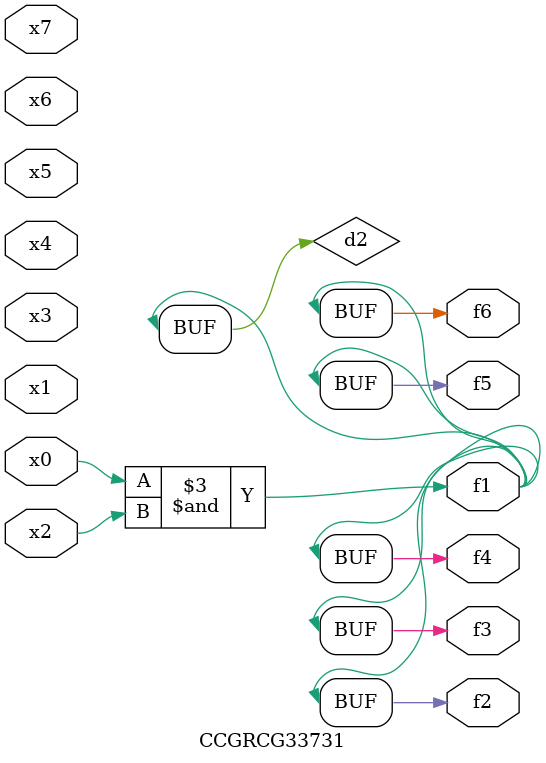
<source format=v>
module CCGRCG33731(
	input x0, x1, x2, x3, x4, x5, x6, x7,
	output f1, f2, f3, f4, f5, f6
);

	wire d1, d2;

	nor (d1, x3, x6);
	and (d2, x0, x2);
	assign f1 = d2;
	assign f2 = d2;
	assign f3 = d2;
	assign f4 = d2;
	assign f5 = d2;
	assign f6 = d2;
endmodule

</source>
